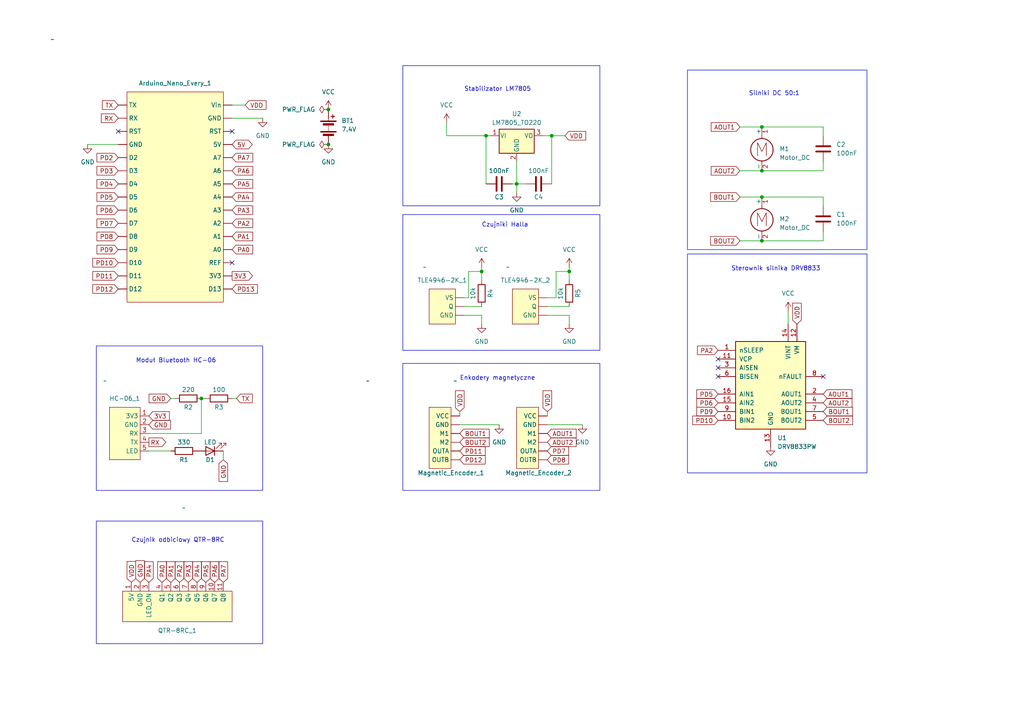
<source format=kicad_sch>
(kicad_sch (version 20230121) (generator eeschema)
  (paper "A4")
  (lib_symbols
    (symbol "Custom:Arduino_Nano_Every"
      (property "Reference" "Arduino_Nano_Every_?" (at 39.37 -77.47 0))
      (symbol "Arduino_Nano_Every_1_1"
        (rectangle (start 21.59 -15.24) (end 49.53 -76.2) (fill (type background)))
        (pin output line (at 52.07 -68.58 180) (length 2.54) (name "3V3") (number ""))
        (pin bidirectional line (at 52.07 -30.48 180) (length 2.54) (name "5V") (number ""))
        (pin bidirectional line (at 52.07 -60.96 180) (length 2.54) (name "A0") (number ""))
        (pin bidirectional line (at 52.07 -57.15 180) (length 2.54) (name "A1") (number ""))
        (pin bidirectional line (at 52.07 -53.34 180) (length 2.54) (name "A2") (number ""))
        (pin bidirectional line (at 52.07 -49.53 180) (length 2.54) (name "A3") (number ""))
        (pin bidirectional line (at 52.07 -45.72 180) (length 2.54) (name "A4") (number ""))
        (pin bidirectional line (at 52.07 -41.91 180) (length 2.54) (name "A5") (number ""))
        (pin bidirectional line (at 52.07 -38.1 180) (length 2.54) (name "A6") (number ""))
        (pin bidirectional line (at 52.07 -34.29 180) (length 2.54) (name "A7") (number ""))
        (pin bidirectional line (at 19.05 -64.77 0) (length 2.54) (name "D10") (number ""))
        (pin bidirectional line (at 19.05 -68.58 0) (length 2.54) (name "D11") (number ""))
        (pin bidirectional line (at 19.05 -72.39 0) (length 2.54) (name "D12") (number ""))
        (pin bidirectional line (at 52.07 -72.39 180) (length 2.54) (name "D13") (number ""))
        (pin bidirectional line (at 19.05 -34.29 0) (length 2.54) (name "D2") (number ""))
        (pin bidirectional line (at 19.05 -38.1 0) (length 2.54) (name "D3") (number ""))
        (pin bidirectional line (at 19.05 -41.91 0) (length 2.54) (name "D4") (number ""))
        (pin bidirectional line (at 19.05 -45.72 0) (length 2.54) (name "D5") (number ""))
        (pin bidirectional line (at 19.05 -49.53 0) (length 2.54) (name "D6") (number ""))
        (pin bidirectional line (at 19.05 -53.34 0) (length 2.54) (name "D7") (number ""))
        (pin bidirectional line (at 19.05 -57.15 0) (length 2.54) (name "D8") (number ""))
        (pin bidirectional line (at 19.05 -60.96 0) (length 2.54) (name "D9") (number ""))
        (pin input line (at 19.05 -30.48 0) (length 2.54) (name "GND") (number ""))
        (pin input line (at 52.07 -22.86 180) (length 2.54) (name "GND") (number ""))
        (pin output line (at 52.07 -64.77 180) (length 2.54) (name "REF") (number ""))
        (pin input line (at 19.05 -26.67 0) (length 2.54) (name "RST") (number ""))
        (pin input line (at 52.07 -26.67 180) (length 2.54) (name "RST") (number ""))
        (pin input line (at 19.05 -22.86 0) (length 2.54) (name "RX") (number ""))
        (pin output line (at 19.05 -19.05 0) (length 2.54) (name "TX") (number ""))
        (pin input line (at 52.07 -19.05 180) (length 2.54) (name "Vin") (number ""))
      )
    )
    (symbol "Custom:Encoder"
      (property "Reference" "Magnetic_Encoder_?" (at 22.86 -26.67 0))
      (symbol "Encoder_1_1"
        (rectangle (start 17.78 -7.62) (end 24.13 -25.4) (fill (type background)))
        (pin input line (at 26.67 -12.7 180) (length 2.54) (name "GND") (number ""))
        (pin input line (at 26.67 -15.24 180) (length 2.54) (name "M1") (number ""))
        (pin input line (at 26.67 -17.78 180) (length 2.54) (name "M2") (number ""))
        (pin input line (at 26.67 -20.32 180) (length 2.54) (name "OUTA") (number ""))
        (pin input line (at 26.67 -22.86 180) (length 2.54) (name "OUTB") (number ""))
        (pin input line (at 26.67 -10.16 180) (length 2.54) (name "VCC") (number ""))
      )
    )
    (symbol "Custom:HC-06"
      (property "Reference" "HC-06_?" (at 6.35 -6.35 0))
      (symbol "HC-06_1_1"
        (rectangle (start 1.27 -7.62) (end 10.16 -22.86) (fill (type background)))
        (pin input line (at 12.7 -10.16 180) (length 2.54) (name "3V3") (number "1"))
        (pin input line (at 12.7 -12.7 180) (length 2.54) (name "GND") (number "2"))
        (pin input line (at 12.7 -15.24 180) (length 2.54) (name "RX") (number "3"))
        (pin output line (at 12.7 -17.78 180) (length 2.54) (name "TX") (number "4"))
        (pin output line (at 12.7 -20.32 180) (length 2.54) (name "LED") (number "5"))
      )
    )
    (symbol "Custom:QTR-8RC"
      (property "Reference" "QTR-8RC_?" (at 8.89 -34.29 0))
      (symbol "QTR-8RC_1_1"
        (rectangle (start -17.78 -24.13) (end 13.97 -33.02) (fill (type background)))
        (pin input line (at -15.24 -21.59 270) (length 2.54) (name "5V") (number "1"))
        (pin bidirectional line (at 8.89 -21.59 270) (length 2.54) (name "Q7") (number "10"))
        (pin bidirectional line (at 11.43 -21.59 270) (length 2.54) (name "Q8") (number "11"))
        (pin input line (at -12.7 -21.59 270) (length 2.54) (name "GND") (number "2"))
        (pin output line (at -10.16 -21.59 270) (length 2.54) (name "LED_ON") (number "3"))
        (pin bidirectional line (at -6.35 -21.59 270) (length 2.54) (name "Q1") (number "4"))
        (pin bidirectional line (at -3.81 -21.59 270) (length 2.54) (name "Q2") (number "5"))
        (pin bidirectional line (at -1.27 -21.59 270) (length 2.54) (name "Q3") (number "6"))
        (pin bidirectional line (at 1.27 -21.59 270) (length 2.54) (name "Q4") (number "7"))
        (pin bidirectional line (at 3.81 -21.59 270) (length 2.54) (name "Q5") (number "8"))
        (pin bidirectional line (at 6.35 -21.59 270) (length 2.54) (name "Q6") (number "9"))
      )
    )
    (symbol "Custom:TLE4946-2K"
      (property "Reference" "TLE4946-2K_?" (at 7.62 -17.78 0))
      (symbol "TLE4946-2K_1_1"
        (rectangle (start 1.27 -6.35) (end 8.89 -16.51) (fill (type background)))
        (pin input line (at 11.43 -13.97 180) (length 2.54) (name "GND") (number ""))
        (pin output line (at 11.43 -11.43 180) (length 2.54) (name "Q") (number ""))
        (pin input line (at 11.43 -8.89 180) (length 2.54) (name "VS") (number ""))
      )
    )
    (symbol "Device:Battery" (pin_numbers hide) (pin_names (offset 0) hide)
      (property "Reference" "BT" (at 2.54 2.54 0))
      (property "Value" "Battery" (at 2.54 0 0))
      (symbol "Battery_0_1"
        (rectangle (start -2.286 -1.27) (end 2.286 -1.524) (fill (type outline)))
        (rectangle (start -2.286 1.778) (end 2.286 1.524) (fill (type outline)))
        (rectangle (start -1.524 -2.032) (end 1.524 -2.54) (fill (type outline)))
        (rectangle (start -1.524 1.016) (end 1.524 0.508) (fill (type outline)))
        (polyline (pts (xy 0 -1.016) (xy 0 -0.762)))
        (polyline (pts (xy 0 -0.508) (xy 0 -0.254)))
        (polyline (pts (xy 0 0) (xy 0 0.254)))
        (polyline (pts (xy 0 1.778) (xy 0 2.54)))
        (polyline (pts (xy 0.762 3.048) (xy 1.778 3.048)) (stroke (width 0.254)))
        (polyline (pts (xy 1.27 3.556) (xy 1.27 2.54)) (stroke (width 0.254)))
      )
      (symbol "Battery_1_1"
        (pin passive line (at 0 5.08 270) (length 2.54) (name "+") (number "1"))
        (pin passive line (at 0 -5.08 90) (length 2.54) (name "-") (number "2"))
      )
    )
    (symbol "Device:C" (pin_numbers hide) (pin_names (offset 0.254))
      (property "Reference" "C" (at 0.635 2.54 0))
      (property "Value" "C" (at 0.635 -2.54 0))
      (symbol "C_0_1"
        (polyline (pts (xy -2.032 -0.762) (xy 2.032 -0.762)) (stroke (width 0.508)))
        (polyline (pts (xy -2.032 0.762) (xy 2.032 0.762)) (stroke (width 0.508)))
      )
      (symbol "C_1_1"
        (pin passive line (at 0 3.81 270) (length 2.794) (name "~") (number "1"))
        (pin passive line (at 0 -3.81 90) (length 2.794) (name "~") (number "2"))
      )
    )
    (symbol "Device:LED" (pin_numbers hide) (pin_names (offset 1.016) hide)
      (property "Reference" "D" (at 0 2.54 0))
      (property "Value" "LED" (at 0 -2.54 0))
      (symbol "LED_0_1"
        (polyline (pts (xy -1.27 -1.27) (xy -1.27 1.27)) (stroke (width 0.254)))
        (polyline (pts (xy -1.27 0) (xy 1.27 0)))
        (polyline (pts (xy 1.27 -1.27) (xy 1.27 1.27) (xy -1.27 0) (xy 1.27 -1.27)) (stroke (width 0.254)))
        (polyline (pts (xy -3.048 -0.762) (xy -4.572 -2.286) (xy -3.81 -2.286) (xy -4.572 -2.286) (xy -4.572 -1.524)))
        (polyline (pts (xy -1.778 -0.762) (xy -3.302 -2.286) (xy -2.54 -2.286) (xy -3.302 -2.286) (xy -3.302 -1.524)))
      )
      (symbol "LED_1_1"
        (pin passive line (at -3.81 0 0) (length 2.54) (name "K") (number "1"))
        (pin passive line (at 3.81 0 180) (length 2.54) (name "A") (number "2"))
      )
    )
    (symbol "Device:R" (pin_numbers hide) (pin_names (offset 0))
      (property "Reference" "R" (at 2.032 0 90))
      (property "Value" "R" (at 0 0 90))
      (symbol "R_0_1"
        (rectangle (start -1.016 -2.54) (end 1.016 2.54) (stroke (width 0.254)))
      )
      (symbol "R_1_1"
        (pin passive line (at 0 3.81 270) (length 1.27) (name "~") (number "1"))
        (pin passive line (at 0 -3.81 90) (length 1.27) (name "~") (number "2"))
      )
    )
    (symbol "Driver_Motor:DRV8833PW" (pin_names (offset 1.016))
      (property "Reference" "U" (at -3.81 16.51 0))
      (property "Value" "DRV8833PW" (at -3.81 13.97 0))
      (symbol "DRV8833PW_0_1"
        (rectangle (start -10.16 12.7) (end 10.16 -12.7) (stroke (width 0.254)) (fill (type background)))
      )
      (symbol "DRV8833PW_1_1"
        (pin input line (at -15.24 10.16 0) (length 5.08) (name "nSLEEP") (number "1"))
        (pin input line (at -15.24 -10.16 0) (length 5.08) (name "BIN2") (number "10"))
        (pin bidirectional line (at -15.24 7.62 0) (length 5.08) (name "VCP") (number "11"))
        (pin power_in line (at 7.62 17.78 270) (length 5.08) (name "VM") (number "12"))
        (pin power_in line (at 0 -17.78 90) (length 5.08) (name "GND") (number "13"))
        (pin power_in line (at 5.08 17.78 270) (length 5.08) (name "VINT") (number "14"))
        (pin input line (at -15.24 -5.08 0) (length 5.08) (name "AIN2") (number "15"))
        (pin input line (at -15.24 -2.54 0) (length 5.08) (name "AIN1") (number "16"))
        (pin power_out line (at 15.24 -2.54 180) (length 5.08) (name "AOUT1") (number "2"))
        (pin bidirectional line (at -15.24 5.08 0) (length 5.08) (name "AISEN") (number "3"))
        (pin power_out line (at 15.24 -5.08 180) (length 5.08) (name "AOUT2") (number "4"))
        (pin power_out line (at 15.24 -10.16 180) (length 5.08) (name "BOUT2") (number "5"))
        (pin bidirectional line (at -15.24 2.54 0) (length 5.08) (name "BISEN") (number "6"))
        (pin power_out line (at 15.24 -7.62 180) (length 5.08) (name "BOUT1") (number "7"))
        (pin open_collector line (at 15.24 2.54 180) (length 5.08) (name "nFAULT") (number "8"))
        (pin input line (at -15.24 -7.62 0) (length 5.08) (name "BIN1") (number "9"))
      )
    )
    (symbol "Motor:Motor_DC" (pin_names (offset 0))
      (property "Reference" "M" (at 2.54 2.54 0))
      (property "Value" "Motor_DC" (at 2.54 -5.08 0))
      (symbol "Motor_DC_0_0"
        (polyline (pts (xy -1.27 -3.302) (xy -1.27 0.508) (xy 0 -2.032) (xy 1.27 0.508) (xy 1.27 -3.302)))
      )
      (symbol "Motor_DC_0_1"
        (circle (center 0 -1.524) (radius 3.2512) (stroke (width 0.254)))
        (polyline (pts (xy 0 -7.62) (xy 0 -7.112)))
        (polyline (pts (xy 0 -4.7752) (xy 0 -5.1816)))
        (polyline (pts (xy 0 1.7272) (xy 0 2.0828)))
        (polyline (pts (xy 0 2.032) (xy 0 2.54)))
      )
      (symbol "Motor_DC_1_1"
        (pin passive line (at 0 5.08 270) (length 2.54) (name "+") (number "1"))
        (pin passive line (at 0 -7.62 90) (length 2.54) (name "-") (number "2"))
      )
    )
    (symbol "Regulator_Linear:LM7805_TO220" (pin_names (offset 0.254))
      (property "Reference" "U" (at -3.81 3.175 0))
      (property "Value" "LM7805_TO220" (at 0 3.175 0))
      (symbol "LM7805_TO220_0_1"
        (rectangle (start -5.08 1.905) (end 5.08 -5.08) (stroke (width 0.254)) (fill (type background)))
      )
      (symbol "LM7805_TO220_1_1"
        (pin power_in line (at -7.62 0 0) (length 2.54) (name "VI") (number "1"))
        (pin power_in line (at 0 -7.62 90) (length 2.54) (name "GND") (number "2"))
        (pin power_out line (at 7.62 0 180) (length 2.54) (name "VO") (number "3"))
      )
    )
    (symbol "power:GND" (power) (pin_names (offset 0))
      (property "Value" "GND" (at 0 -3.81 0))
      (symbol "GND_0_1"
        (polyline (pts (xy 0 0) (xy 0 -1.27) (xy 1.27 -1.27) (xy 0 -2.54) (xy -1.27 -1.27) (xy 0 -1.27)))
      )
      (symbol "GND_1_1"
        (pin power_in line (at 0 0 270) (length 0) hide (name "GND") (number "1"))
      )
    )
    (symbol "power:PWR_FLAG" (power) (pin_numbers hide) (pin_names (offset 0) hide)
      (property "Value" "PWR_FLAG" (at 0 3.81 0))
      (symbol "PWR_FLAG_0_0"
        (pin power_out line (at 0 0 90) (length 0) (name "pwr") (number "1"))
      )
      (symbol "PWR_FLAG_0_1"
        (polyline (pts (xy 0 0) (xy 0 1.27) (xy -1.016 1.905) (xy 0 2.54) (xy 1.016 1.905) (xy 0 1.27)))
      )
    )
    (symbol "power:VCC" (power) (pin_names (offset 0))
      (property "Value" "VCC" (at 0 3.81 0))
      (symbol "VCC_0_1"
        (polyline (pts (xy -0.762 1.27) (xy 0 2.54)))
        (polyline (pts (xy 0 0) (xy 0 2.54)))
        (polyline (pts (xy 0 2.54) (xy 0.762 1.27)))
      )
      (symbol "VCC_1_1"
        (pin power_in line (at 0 0 90) (length 0) hide (name "VCC") (number "1"))
      )
    )
  )
  (junction (at 95.25 41.91))
  (junction (at 220.98 49.53))
  (junction (at 160.02 39.37))
  (junction (at 58.42 115.57))
  (junction (at 220.98 36.83))
  (junction (at 140.97 39.37))
  (junction (at 220.98 69.85))
  (junction (at 95.25 31.75))
  (junction (at 220.98 57.15))
  (junction (at 165.1 78.74))
  (junction (at 149.86 53.34))
  (junction (at 139.7 78.74))
  (no_connect (at 208.28 104.14))
  (no_connect (at 67.31 76.2))
  (no_connect (at 34.29 38.1))
  (no_connect (at 208.28 109.22))
  (no_connect (at 238.76 109.22))
  (no_connect (at 208.28 106.68))
  (no_connect (at 67.31 38.1))
  (wire (pts (xy 129.54 39.37) (xy 140.97 39.37)))
  (wire (pts (xy 158.75 86.36) (xy 161.29 86.36)))
  (wire (pts (xy 58.42 115.57) (xy 58.42 125.73)))
  (wire (pts (xy 134.62 88.9) (xy 139.7 88.9)))
  (wire (pts (xy 228.6 90.17) (xy 228.6 93.98)))
  (wire (pts (xy 135.89 86.36) (xy 135.89 78.74)))
  (wire (pts (xy 220.98 57.15) (xy 238.76 57.15)))
  (wire (pts (xy 238.76 49.53) (xy 238.76 46.99)))
  (wire (pts (xy 214.63 57.15) (xy 220.98 57.15)))
  (wire (pts (xy 220.98 36.83) (xy 238.76 36.83)))
  (wire (pts (xy 149.86 46.99) (xy 149.86 53.34)))
  (wire (pts (xy 214.63 49.53) (xy 220.98 49.53)))
  (wire (pts (xy 139.7 77.47) (xy 139.7 78.74)))
  (wire (pts (xy 238.76 57.15) (xy 238.76 59.69)))
  (wire (pts (xy 238.76 69.85) (xy 238.76 67.31)))
  (wire (pts (xy 238.76 36.83) (xy 238.76 39.37)))
  (wire (pts (xy 134.62 86.36) (xy 135.89 86.36)))
  (wire (pts (xy 214.63 69.85) (xy 220.98 69.85)))
  (wire (pts (xy 149.86 53.34) (xy 149.86 55.88)))
  (wire (pts (xy 214.63 36.83) (xy 220.98 36.83)))
  (wire (pts (xy 139.7 78.74) (xy 139.7 81.28)))
  (wire (pts (xy 140.97 39.37) (xy 140.97 53.34)))
  (wire (pts (xy 158.75 88.9) (xy 165.1 88.9)))
  (wire (pts (xy 158.75 91.44) (xy 165.1 91.44)))
  (wire (pts (xy 160.02 39.37) (xy 163.83 39.37)))
  (wire (pts (xy 165.1 77.47) (xy 165.1 78.74)))
  (wire (pts (xy 67.31 30.48) (xy 71.12 30.48)))
  (wire (pts (xy 158.75 119.38) (xy 158.75 120.65)))
  (wire (pts (xy 158.75 123.19) (xy 168.91 123.19)))
  (wire (pts (xy 134.62 91.44) (xy 139.7 91.44)))
  (wire (pts (xy 157.48 39.37) (xy 160.02 39.37)))
  (wire (pts (xy 149.86 53.34) (xy 152.4 53.34)))
  (wire (pts (xy 133.35 123.19) (xy 144.78 123.19)))
  (wire (pts (xy 160.02 53.34) (xy 160.02 39.37)))
  (wire (pts (xy 139.7 91.44) (xy 139.7 93.98)))
  (wire (pts (xy 64.77 130.81) (xy 64.77 133.35)))
  (wire (pts (xy 165.1 91.44) (xy 165.1 93.98)))
  (wire (pts (xy 161.29 78.74) (xy 165.1 78.74)))
  (wire (pts (xy 140.97 39.37) (xy 142.24 39.37)))
  (wire (pts (xy 67.31 115.57) (xy 68.58 115.57)))
  (wire (pts (xy 220.98 69.85) (xy 238.76 69.85)))
  (wire (pts (xy 50.8 115.57) (xy 49.53 115.57)))
  (wire (pts (xy 67.31 34.29) (xy 76.2 34.29)))
  (wire (pts (xy 133.35 119.38) (xy 133.35 120.65)))
  (wire (pts (xy 148.59 53.34) (xy 149.86 53.34)))
  (wire (pts (xy 165.1 78.74) (xy 165.1 81.28)))
  (wire (pts (xy 161.29 86.36) (xy 161.29 78.74)))
  (wire (pts (xy 43.18 130.81) (xy 49.53 130.81)))
  (wire (pts (xy 220.98 49.53) (xy 238.76 49.53)))
  (wire (pts (xy 25.4 41.91) (xy 34.29 41.91)))
  (wire (pts (xy 135.89 78.74) (xy 139.7 78.74)))
  (wire (pts (xy 43.18 125.73) (xy 58.42 125.73)))
  (wire (pts (xy 129.54 35.56) (xy 129.54 39.37)))
  (wire (pts (xy 59.69 115.57) (xy 58.42 115.57)))
  (rectangle (start 116.84 19.05) (end 173.99 59.69))
  (rectangle (start 199.39 20.32) (end 251.46 72.39))
  (rectangle (start 27.94 100.33) (end 76.2 142.24))
  (rectangle (start 199.39 73.66) (end 251.46 137.16))
  (rectangle (start 27.94 151.13) (end 76.2 186.69))
  (rectangle (start 116.84 105.41) (end 173.99 142.24))
  (rectangle (start 116.84 62.23) (end 173.99 101.6))
  (text "Enkodery magnetyczne" (at 133.35 110.49 0) (effects (font (size 1.27 1.27)) (justify left bottom)))
  (text "Czujniki Halla" (at 139.7 66.04 0) (effects (font (size 1.27 1.27)) (justify left bottom)))
  (text "Moduł Bluetooth HC-06" (at 39.37 105.41 0) (effects (font (size 1.27 1.27)) (justify left bottom)))
  (text "Silniki DC 50:1" (at 217.17 27.94 0) (effects (font (size 1.27 1.27)) (justify left bottom)))
  (text "Czujnik odbiciowy QTR-8RC" (at 38.1 157.48 0) (effects (font (size 1.27 1.27)) (justify left bottom)))
  (text "Sterownik silnika DRV8833" (at 212.09 78.74 0) (effects (font (size 1.27 1.27)) (justify left bottom)))
  (text "Stabilizator LM7805" (at 134.62 26.67 0) (effects (font (size 1.27 1.27)) (justify left bottom)))
  (global_label "PA5" (shape input) (at 67.31 53.34 0) (property "Intersheetrefs" "${INTERSHEET_REFS}" (effects hide)))
  (global_label "PD8" (shape input) (at 34.29 68.58 180) (property "Intersheetrefs" "${INTERSHEET_REFS}" (effects hide)))
  (global_label "PD11" (shape input) (at 133.35 130.81 0) (property "Intersheetrefs" "${INTERSHEET_REFS}" (effects hide)))
  (global_label "PD4" (shape input) (at 34.29 53.34 180) (property "Intersheetrefs" "${INTERSHEET_REFS}" (effects hide)))
  (global_label "PA2" (shape input) (at 52.07 168.91 90) (property "Intersheetrefs" "${INTERSHEET_REFS}" (effects hide)))
  (global_label "PD12" (shape input) (at 34.29 83.82 180) (property "Intersheetrefs" "${INTERSHEET_REFS}" (effects hide)))
  (global_label "BOUT1" (shape input) (at 238.76 119.38 0) (property "Intersheetrefs" "${INTERSHEET_REFS}" (effects hide)))
  (global_label "3V3" (shape input) (at 43.18 120.65 0) (property "Intersheetrefs" "${INTERSHEET_REFS}" (effects hide)))
  (global_label "AOUT1" (shape input) (at 158.75 125.73 0) (property "Intersheetrefs" "${INTERSHEET_REFS}" (effects hide)))
  (global_label "PA6" (shape input) (at 67.31 49.53 0) (property "Intersheetrefs" "${INTERSHEET_REFS}" (effects hide)))
  (global_label "PA2" (shape input) (at 208.28 101.6 180) (property "Intersheetrefs" "${INTERSHEET_REFS}" (effects hide)))
  (global_label "PA7" (shape input) (at 67.31 45.72 0) (property "Intersheetrefs" "${INTERSHEET_REFS}" (effects hide)))
  (global_label "PD5" (shape input) (at 34.29 57.15 180) (property "Intersheetrefs" "${INTERSHEET_REFS}" (effects hide)))
  (global_label "BOUT2" (shape input) (at 238.76 121.92 0) (property "Intersheetrefs" "${INTERSHEET_REFS}" (effects hide)))
  (global_label "PA6" (shape input) (at 62.23 168.91 90) (property "Intersheetrefs" "${INTERSHEET_REFS}" (effects hide)))
  (global_label "PA4" (shape input) (at 67.31 57.15 0) (property "Intersheetrefs" "${INTERSHEET_REFS}" (effects hide)))
  (global_label "PD12" (shape input) (at 133.35 133.35 0) (property "Intersheetrefs" "${INTERSHEET_REFS}" (effects hide)))
  (global_label "BOUT1" (shape input) (at 214.63 57.15 180) (property "Intersheetrefs" "${INTERSHEET_REFS}" (effects hide)))
  (global_label "PD6" (shape input) (at 34.29 60.96 180) (property "Intersheetrefs" "${INTERSHEET_REFS}" (effects hide)))
  (global_label "AOUT2" (shape input) (at 158.75 128.27 0) (property "Intersheetrefs" "${INTERSHEET_REFS}" (effects hide)))
  (global_label "PD2" (shape input) (at 34.29 45.72 180) (property "Intersheetrefs" "${INTERSHEET_REFS}" (effects hide)))
  (global_label "PD11" (shape input) (at 34.29 80.01 180) (property "Intersheetrefs" "${INTERSHEET_REFS}" (effects hide)))
  (global_label "PD10" (shape input) (at 208.28 121.92 180) (property "Intersheetrefs" "${INTERSHEET_REFS}" (effects hide)))
  (global_label "RX" (shape output) (at 43.18 128.27 0) (property "Intersheetrefs" "${INTERSHEET_REFS}" (effects hide)))
  (global_label "AOUT1" (shape input) (at 214.63 36.83 180) (property "Intersheetrefs" "${INTERSHEET_REFS}" (effects hide)))
  (global_label "PA5" (shape input) (at 59.69 168.91 90) (property "Intersheetrefs" "${INTERSHEET_REFS}" (effects hide)))
  (global_label "PA0" (shape input) (at 46.99 168.91 90) (property "Intersheetrefs" "${INTERSHEET_REFS}" (effects hide)))
  (global_label "PD10" (shape input) (at 34.29 76.2 180) (property "Intersheetrefs" "${INTERSHEET_REFS}" (effects hide)))
  (global_label "AOUT2" (shape input) (at 238.76 116.84 0) (property "Intersheetrefs" "${INTERSHEET_REFS}" (effects hide)))
  (global_label "PD5" (shape input) (at 208.28 114.3 180) (property "Intersheetrefs" "${INTERSHEET_REFS}" (effects hide)))
  (global_label "PA4" (shape input) (at 57.15 168.91 90) (property "Intersheetrefs" "${INTERSHEET_REFS}" (effects hide)))
  (global_label "PD9" (shape input) (at 34.29 72.39 180) (property "Intersheetrefs" "${INTERSHEET_REFS}" (effects hide)))
  (global_label "VDD" (shape input) (at 133.35 119.38 90) (property "Intersheetrefs" "${INTERSHEET_REFS}" (effects hide)))
  (global_label "PD8" (shape input) (at 158.75 133.35 0) (property "Intersheetrefs" "${INTERSHEET_REFS}" (effects hide)))
  (global_label "AOUT1" (shape input) (at 238.76 114.3 0) (property "Intersheetrefs" "${INTERSHEET_REFS}" (effects hide)))
  (global_label "BOUT2" (shape input) (at 133.35 128.27 0) (property "Intersheetrefs" "${INTERSHEET_REFS}" (effects hide)))
  (global_label "VDD" (shape input) (at 71.12 30.48 0) (property "Intersheetrefs" "${INTERSHEET_REFS}" (effects hide)))
  (global_label "VDD" (shape input) (at 38.1 168.91 90) (property "Intersheetrefs" "${INTERSHEET_REFS}" (effects hide)))
  (global_label "PA1" (shape input) (at 67.31 68.58 0) (property "Intersheetrefs" "${INTERSHEET_REFS}" (effects hide)))
  (global_label "PD7" (shape input) (at 158.75 130.81 0) (property "Intersheetrefs" "${INTERSHEET_REFS}" (effects hide)))
  (global_label "TX" (shape input) (at 68.58 115.57 0) (property "Intersheetrefs" "${INTERSHEET_REFS}" (effects hide)))
  (global_label "PD13" (shape input) (at 67.31 83.82 0) (property "Intersheetrefs" "${INTERSHEET_REFS}" (effects hide)))
  (global_label "PA7" (shape input) (at 64.77 168.91 90) (property "Intersheetrefs" "${INTERSHEET_REFS}" (effects hide)))
  (global_label "AOUT2" (shape input) (at 214.63 49.53 180) (property "Intersheetrefs" "${INTERSHEET_REFS}" (effects hide)))
  (global_label "GND" (shape input) (at 40.64 168.91 90) (property "Intersheetrefs" "${INTERSHEET_REFS}" (effects hide)))
  (global_label "VDD" (shape input) (at 158.75 119.38 90) (property "Intersheetrefs" "${INTERSHEET_REFS}" (effects hide)))
  (global_label "RX" (shape input) (at 34.29 34.29 180) (property "Intersheetrefs" "${INTERSHEET_REFS}" (effects hide)))
  (global_label "PD3" (shape input) (at 34.29 49.53 180) (property "Intersheetrefs" "${INTERSHEET_REFS}" (effects hide)))
  (global_label "PA3" (shape input) (at 67.31 60.96 0) (property "Intersheetrefs" "${INTERSHEET_REFS}" (effects hide)))
  (global_label "PA3" (shape input) (at 54.61 168.91 90) (property "Intersheetrefs" "${INTERSHEET_REFS}" (effects hide)))
  (global_label "GND" (shape input) (at 43.18 123.19 0) (property "Intersheetrefs" "${INTERSHEET_REFS}" (effects hide)))
  (global_label "VDD" (shape input) (at 163.83 39.37 0) (property "Intersheetrefs" "${INTERSHEET_REFS}" (effects hide)))
  (global_label "PA0" (shape input) (at 67.31 72.39 0) (property "Intersheetrefs" "${INTERSHEET_REFS}" (effects hide)))
  (global_label "BOUT1" (shape input) (at 133.35 125.73 0) (property "Intersheetrefs" "${INTERSHEET_REFS}" (effects hide)))
  (global_label "5V" (shape bidirectional) (at 67.31 41.91 0) (property "Intersheetrefs" "${INTERSHEET_REFS}" (effects hide)))
  (global_label "PD6" (shape input) (at 208.28 116.84 180) (property "Intersheetrefs" "${INTERSHEET_REFS}" (effects hide)))
  (global_label "BOUT2" (shape input) (at 214.63 69.85 180) (property "Intersheetrefs" "${INTERSHEET_REFS}" (effects hide)))
  (global_label "PD9" (shape input) (at 208.28 119.38 180) (property "Intersheetrefs" "${INTERSHEET_REFS}" (effects hide)))
  (global_label "GND" (shape input) (at 49.53 115.57 180) (property "Intersheetrefs" "${INTERSHEET_REFS}" (effects hide)))
  (global_label "GND" (shape input) (at 64.77 133.35 270) (property "Intersheetrefs" "${INTERSHEET_REFS}" (effects hide)))
  (global_label "VDD" (shape input) (at 231.14 93.98 90) (property "Intersheetrefs" "${INTERSHEET_REFS}" (effects hide)))
  (global_label "PD7" (shape input) (at 34.29 64.77 180) (property "Intersheetrefs" "${INTERSHEET_REFS}" (effects hide)))
  (global_label "PA4" (shape input) (at 43.18 168.91 90) (property "Intersheetrefs" "${INTERSHEET_REFS}" (effects hide)))
  (global_label "TX" (shape input) (at 34.29 30.48 180) (property "Intersheetrefs" "${INTERSHEET_REFS}" (effects hide)))
  (global_label "3V3" (shape output) (at 67.31 80.01 0) (property "Intersheetrefs" "${INTERSHEET_REFS}" (effects hide)))
  (global_label "PA2" (shape input) (at 67.31 64.77 0) (property "Intersheetrefs" "${INTERSHEET_REFS}" (effects hide)))
  (global_label "PA1" (shape input) (at 49.53 168.91 90) (property "Intersheetrefs" "${INTERSHEET_REFS}" (effects hide)))
  (symbol (lib_id "power:GND") (at 165.1 93.98 0) (unit 1)
    (property "Reference" "#PWR07" (effects hide))
    (property "Value" "GND" (at 165.1 99.06 0))
  )
  (symbol (lib_id "Device:Battery") (at 95.25 36.83 0) (unit 1)
    (property "Reference" "BT1" (at 99.06 34.9885 0) (effects (justify left)))
    (property "Value" "7.4V" (at 99.06 37.5285 0) (effects (justify left)))
  )
  (symbol (lib_id "power:VCC") (at 129.54 35.56 0) (unit 1)
    (property "Reference" "#PWR02" (effects hide))
    (property "Value" "VCC" (at 129.54 30.48 0))
  )
  (symbol (lib_id "Custom:Encoder") (at 132.08 110.49 0) (unit 1)
    (property "Reference" "Magnetic_Encoder_2" (at 156.21 137.16 0))
    (property "Value" "~" (at 132.08 110.49 0))
  )
  (symbol (lib_id "power:VCC") (at 139.7 77.47 0) (unit 1)
    (property "Reference" "#PWR01" (effects hide))
    (property "Value" "VCC" (at 139.7 72.39 0))
  )
  (symbol (lib_id "power:GND") (at 139.7 93.98 0) (unit 1)
    (property "Reference" "#PWR06" (effects hide))
    (property "Value" "GND" (at 139.7 99.06 0))
  )
  (symbol (lib_id "Device:R") (at 54.61 115.57 270) (unit 1)
    (property "Reference" "R2" (at 54.61 118.11 90))
    (property "Value" "220" (at 54.61 113.03 90))
  )
  (symbol (lib_id "Custom:Arduino_Nano_Every") (at 15.24 11.43 0) (unit 1)
    (property "Reference" "Arduino_Nano_Every_1" (at 50.8 24.13 0))
    (property "Value" "~" (at 15.24 11.43 0))
  )
  (symbol (lib_id "Device:R") (at 53.34 130.81 270) (unit 1)
    (property "Reference" "R1" (at 53.34 133.35 90))
    (property "Value" "330" (at 53.34 128.27 90))
  )
  (symbol (lib_id "Device:LED") (at 60.96 130.81 180) (unit 1)
    (property "Reference" "D1" (at 60.96 133.35 0))
    (property "Value" "LED" (at 60.96 128.27 0))
  )
  (symbol (lib_id "Motor:Motor_DC") (at 220.98 41.91 0) (unit 1)
    (property "Reference" "M1" (at 226.06 43.18 0) (effects (justify left)))
    (property "Value" "Motor_DC" (at 226.06 45.72 0) (effects (justify left)))
  )
  (symbol (lib_id "power:VCC") (at 165.1 77.47 0) (unit 1)
    (property "Reference" "#PWR05" (effects hide))
    (property "Value" "VCC" (at 165.1 72.39 0))
  )
  (symbol (lib_id "Device:R") (at 63.5 115.57 270) (unit 1)
    (property "Reference" "R3" (at 63.5 118.11 90))
    (property "Value" "100" (at 63.5 113.03 90))
  )
  (symbol (lib_id "power:PWR_FLAG") (at 95.25 41.91 90) (unit 1)
    (property "Reference" "#FLG02" (effects hide))
    (property "Value" "PWR_FLAG" (at 91.44 41.91 90) (effects (justify left)))
  )
  (symbol (lib_id "Regulator_Linear:LM7805_TO220") (at 149.86 39.37 0) (unit 1)
    (property "Reference" "U2" (at 149.86 33.02 0))
    (property "Value" "LM7805_TO220" (at 149.86 35.56 0))
    (property "Footprint" "Package_TO_SOT_THT:TO-220-3_Vertical" (effects hide))
    (property "Datasheet" "https://www.onsemi.cn/PowerSolutions/document/MC7800-D.PDF" (effects hide))
  )
  (symbol (lib_id "power:GND") (at 168.91 123.19 0) (unit 1)
    (property "Reference" "#PWR08" (effects hide))
    (property "Value" "GND" (at 168.91 128.27 0))
  )
  (symbol (lib_id "Device:C") (at 238.76 63.5 0) (unit 1)
    (property "Reference" "C1" (at 242.57 62.23 0) (effects (justify left)))
    (property "Value" "100nF" (at 242.57 64.77 0) (effects (justify left)))
  )
  (symbol (lib_id "Custom:TLE4946-2K") (at 123.19 77.47 0) (unit 1)
    (property "Reference" "TLE4946-2K_1" (at 128.27 81.28 0))
    (property "Value" "~" (at 123.19 77.47 0))
  )
  (symbol (lib_id "power:PWR_FLAG") (at 95.25 31.75 90) (unit 1)
    (property "Reference" "#FLG01" (effects hide))
    (property "Value" "PWR_FLAG" (at 91.44 31.75 90) (effects (justify left)))
  )
  (symbol (lib_id "power:GND") (at 76.2 34.29 0) (unit 1)
    (property "Reference" "#PWR04" (effects hide))
    (property "Value" "GND" (at 76.2 39.37 0))
  )
  (symbol (lib_id "Custom:QTR-8RC") (at 53.34 147.32 0) (unit 1)
    (property "Reference" "QTR-8RC_1" (at 51.435 182.88 0))
    (property "Value" "~" (at 53.34 147.32 0))
  )
  (symbol (lib_id "power:GND") (at 95.25 41.91 0) (unit 1)
    (property "Reference" "#PWR014" (effects hide))
    (property "Value" "GND" (at 95.25 46.99 0))
  )
  (symbol (lib_id "power:GND") (at 223.52 129.54 0) (unit 1)
    (property "Reference" "#PWR010" (effects hide))
    (property "Value" "GND" (at 223.52 134.62 0))
  )
  (symbol (lib_id "Device:C") (at 144.78 53.34 90) (unit 1)
    (property "Reference" "C3" (at 144.78 57.15 90))
    (property "Value" "100nF" (at 144.78 49.53 90))
  )
  (symbol (lib_id "Custom:HC-06") (at 30.48 110.49 0) (unit 1)
    (property "Reference" "HC-06_1" (at 36.195 115.57 0))
    (property "Value" "~" (at 30.48 110.49 0))
  )
  (symbol (lib_id "power:VCC") (at 95.25 31.75 0) (unit 1)
    (property "Reference" "#PWR013" (effects hide))
    (property "Value" "VCC" (at 95.25 26.67 0))
  )
  (symbol (lib_id "Device:R") (at 165.1 85.09 0) (unit 1)
    (property "Reference" "R5" (at 167.64 85.09 90))
    (property "Value" "10k" (at 162.56 85.09 90))
  )
  (symbol (lib_id "power:GND") (at 149.86 55.88 0) (unit 1)
    (property "Reference" "#PWR011" (effects hide))
    (property "Value" "GND" (at 149.86 60.96 0))
  )
  (symbol (lib_id "Device:R") (at 139.7 85.09 0) (unit 1)
    (property "Reference" "R4" (at 142.24 85.09 90))
    (property "Value" "10k" (at 137.16 85.09 90))
  )
  (symbol (lib_id "power:VCC") (at 228.6 90.17 0) (unit 1)
    (property "Reference" "#PWR03" (effects hide))
    (property "Value" "VCC" (at 228.6 85.09 0))
  )
  (symbol (lib_id "Custom:Encoder") (at 106.68 110.49 0) (unit 1)
    (property "Reference" "Magnetic_Encoder_1" (at 130.81 137.16 0))
    (property "Value" "~" (at 106.68 110.49 0))
  )
  (symbol (lib_id "Custom:TLE4946-2K") (at 147.32 77.47 0) (unit 1)
    (property "Reference" "TLE4946-2K_2" (at 152.4 81.28 0))
    (property "Value" "~" (at 147.32 77.47 0))
  )
  (symbol (lib_id "Motor:Motor_DC") (at 220.98 62.23 0) (unit 1)
    (property "Reference" "M2" (at 226.06 63.5 0) (effects (justify left)))
    (property "Value" "Motor_DC" (at 226.06 66.04 0) (effects (justify left)))
  )
  (symbol (lib_id "power:GND") (at 25.4 41.91 0) (unit 1)
    (property "Reference" "#PWR012" (effects hide))
    (property "Value" "GND" (at 25.4 46.99 0))
  )
  (symbol (lib_id "Device:C") (at 238.76 43.18 0) (unit 1)
    (property "Reference" "C2" (at 242.57 41.91 0) (effects (justify left)))
    (property "Value" "100nF" (at 242.57 44.45 0) (effects (justify left)))
  )
  (symbol (lib_id "Device:C") (at 156.21 53.34 90) (unit 1)
    (property "Reference" "C4" (at 156.21 57.15 90))
    (property "Value" "100nF" (at 156.21 49.53 90))
  )
  (symbol (lib_id "Driver_Motor:DRV8833PW") (at 223.52 111.76 0) (unit 1)
    (property "Reference" "U1" (at 225.4759 127 0) (effects (justify left)))
    (property "Value" "DRV8833PW" (at 225.4759 129.54 0) (effects (justify left)))
    (property "Footprint" "Package_SO:TSSOP-16_4.4x5mm_P0.65mm" (effects hide))
    (property "Datasheet" "http://www.ti.com/lit/ds/symlink/drv8833.pdf" (effects hide))
  )
  (symbol (lib_id "power:GND") (at 144.78 123.19 0) (unit 1)
    (property "Reference" "#PWR09" (effects hide))
    (property "Value" "GND" (at 144.78 128.27 0))
  )
)
</source>
